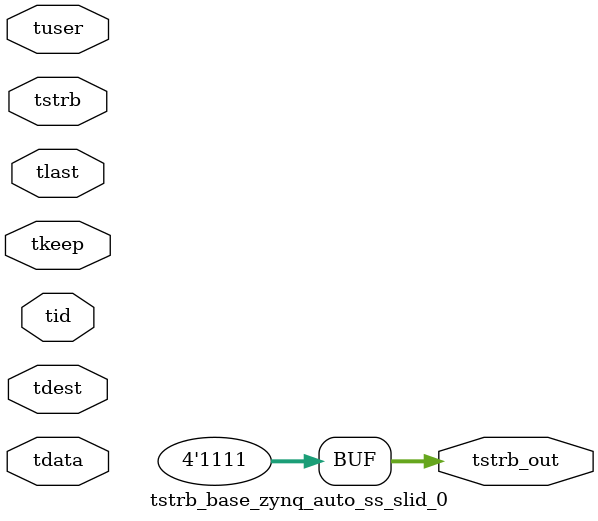
<source format=v>


`timescale 1ps/1ps

module tstrb_base_zynq_auto_ss_slid_0 #
(
parameter C_S_AXIS_TDATA_WIDTH = 32,
parameter C_S_AXIS_TUSER_WIDTH = 0,
parameter C_S_AXIS_TID_WIDTH   = 0,
parameter C_S_AXIS_TDEST_WIDTH = 0,
parameter C_M_AXIS_TDATA_WIDTH = 32
)
(
input  [(C_S_AXIS_TDATA_WIDTH == 0 ? 1 : C_S_AXIS_TDATA_WIDTH)-1:0     ] tdata,
input  [(C_S_AXIS_TUSER_WIDTH == 0 ? 1 : C_S_AXIS_TUSER_WIDTH)-1:0     ] tuser,
input  [(C_S_AXIS_TID_WIDTH   == 0 ? 1 : C_S_AXIS_TID_WIDTH)-1:0       ] tid,
input  [(C_S_AXIS_TDEST_WIDTH == 0 ? 1 : C_S_AXIS_TDEST_WIDTH)-1:0     ] tdest,
input  [(C_S_AXIS_TDATA_WIDTH/8)-1:0 ] tkeep,
input  [(C_S_AXIS_TDATA_WIDTH/8)-1:0 ] tstrb,
input                                                                    tlast,
output [(C_M_AXIS_TDATA_WIDTH/8)-1:0 ] tstrb_out
);

assign tstrb_out = {4'b1111};

endmodule


</source>
